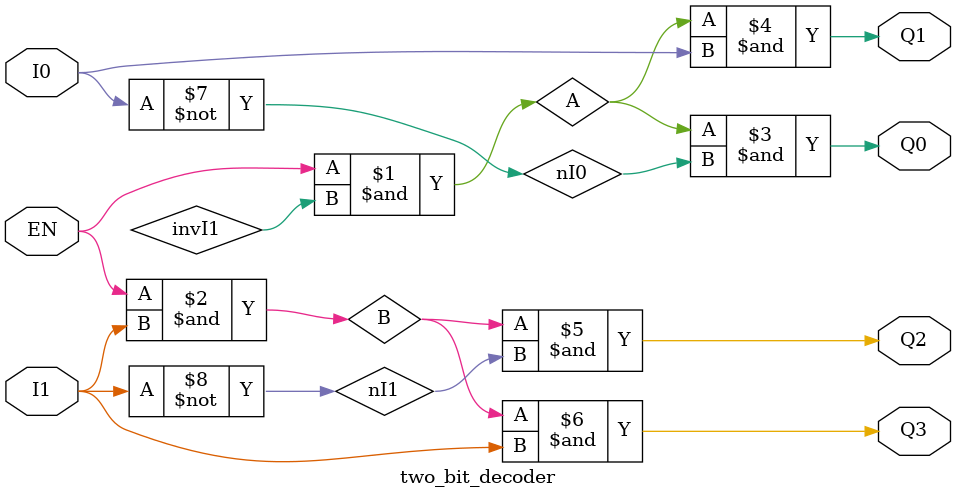
<source format=v>
`timescale 1ns / 1ps
`define And and #10
`define Not not #10
 
module two_bit_decoder(EN, I0, I1, Q0, Q1, Q2, Q3);
input EN, I0, I1;
output Q0, Q1, Q2, Q3;

wire nI0;
wire nI1;
wire A;
wire B;


`Not notI0(nI0, I0);
`Not notI1(nI1, I1);

`And and0(A, EN, invI1);
`And and1(B, EN, I1);

`And ANDq0(Q0, A, nI0);
`And ANDq1(Q1, A, I0);
`And ANDq2(Q2, B, nI1);
`And ANDq3(Q3, B, I1);

endmodule

</source>
